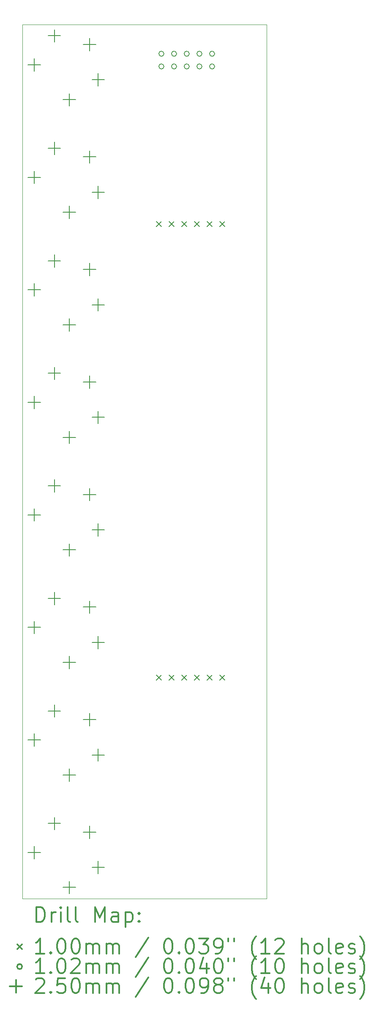
<source format=gbr>
%FSLAX45Y45*%
G04 Gerber Fmt 4.5, Leading zero omitted, Abs format (unit mm)*
G04 Created by KiCad (PCBNEW (5.1.5)-3) date 2020-05-19 17:07:37*
%MOMM*%
%LPD*%
G04 APERTURE LIST*
%TA.AperFunction,Profile*%
%ADD10C,0.050000*%
%TD*%
%ADD11C,0.200000*%
%ADD12C,0.300000*%
G04 APERTURE END LIST*
D10*
X7500000Y-19177000D02*
X7500000Y-1701800D01*
X12400000Y-19177000D02*
X7500000Y-19177000D01*
X12400000Y-1701800D02*
X12400000Y-19177000D01*
X7500000Y-1701800D02*
X12400000Y-1701800D01*
D11*
X10186200Y-5639600D02*
X10286200Y-5739600D01*
X10286200Y-5639600D02*
X10186200Y-5739600D01*
X10440200Y-5639600D02*
X10540200Y-5739600D01*
X10540200Y-5639600D02*
X10440200Y-5739600D01*
X10694200Y-5639600D02*
X10794200Y-5739600D01*
X10794200Y-5639600D02*
X10694200Y-5739600D01*
X10948200Y-5639600D02*
X11048200Y-5739600D01*
X11048200Y-5639600D02*
X10948200Y-5739600D01*
X11202200Y-5639600D02*
X11302200Y-5739600D01*
X11302200Y-5639600D02*
X11202200Y-5739600D01*
X11456200Y-5639600D02*
X11556200Y-5739600D01*
X11556200Y-5639600D02*
X11456200Y-5739600D01*
X10186200Y-14707400D02*
X10286200Y-14807400D01*
X10286200Y-14707400D02*
X10186200Y-14807400D01*
X10440200Y-14707400D02*
X10540200Y-14807400D01*
X10540200Y-14707400D02*
X10440200Y-14807400D01*
X10694200Y-14707400D02*
X10794200Y-14807400D01*
X10794200Y-14707400D02*
X10694200Y-14807400D01*
X10948200Y-14707400D02*
X11048200Y-14807400D01*
X11048200Y-14707400D02*
X10948200Y-14807400D01*
X11202200Y-14707400D02*
X11302200Y-14807400D01*
X11302200Y-14707400D02*
X11202200Y-14807400D01*
X11456200Y-14707400D02*
X11556200Y-14807400D01*
X11556200Y-14707400D02*
X11456200Y-14807400D01*
X10337800Y-2286000D02*
G75*
G03X10337800Y-2286000I-50800J0D01*
G01*
X10337800Y-2540000D02*
G75*
G03X10337800Y-2540000I-50800J0D01*
G01*
X10591800Y-2286000D02*
G75*
G03X10591800Y-2286000I-50800J0D01*
G01*
X10591800Y-2540000D02*
G75*
G03X10591800Y-2540000I-50800J0D01*
G01*
X10845800Y-2286000D02*
G75*
G03X10845800Y-2286000I-50800J0D01*
G01*
X10845800Y-2540000D02*
G75*
G03X10845800Y-2540000I-50800J0D01*
G01*
X11099800Y-2286000D02*
G75*
G03X11099800Y-2286000I-50800J0D01*
G01*
X11099800Y-2540000D02*
G75*
G03X11099800Y-2540000I-50800J0D01*
G01*
X11353800Y-2286000D02*
G75*
G03X11353800Y-2286000I-50800J0D01*
G01*
X11353800Y-2540000D02*
G75*
G03X11353800Y-2540000I-50800J0D01*
G01*
X7742000Y-4630114D02*
X7742000Y-4880114D01*
X7617000Y-4755114D02*
X7867000Y-4755114D01*
X8142000Y-4050114D02*
X8142000Y-4300114D01*
X8017000Y-4175114D02*
X8267000Y-4175114D01*
X8442000Y-5330114D02*
X8442000Y-5580114D01*
X8317000Y-5455114D02*
X8567000Y-5455114D01*
X8848700Y-4223414D02*
X8848700Y-4473414D01*
X8723700Y-4348414D02*
X8973700Y-4348414D01*
X9022000Y-4930114D02*
X9022000Y-5180114D01*
X8897000Y-5055114D02*
X9147000Y-5055114D01*
X7742000Y-6879828D02*
X7742000Y-7129828D01*
X7617000Y-7004828D02*
X7867000Y-7004828D01*
X8142000Y-6299828D02*
X8142000Y-6549828D01*
X8017000Y-6424828D02*
X8267000Y-6424828D01*
X8442000Y-7579828D02*
X8442000Y-7829828D01*
X8317000Y-7704828D02*
X8567000Y-7704828D01*
X8848700Y-6473128D02*
X8848700Y-6723128D01*
X8723700Y-6598128D02*
X8973700Y-6598128D01*
X9022000Y-7179828D02*
X9022000Y-7429828D01*
X8897000Y-7304828D02*
X9147000Y-7304828D01*
X7742000Y-9129543D02*
X7742000Y-9379543D01*
X7617000Y-9254543D02*
X7867000Y-9254543D01*
X8142000Y-8549543D02*
X8142000Y-8799543D01*
X8017000Y-8674543D02*
X8267000Y-8674543D01*
X8442000Y-9829543D02*
X8442000Y-10079543D01*
X8317000Y-9954543D02*
X8567000Y-9954543D01*
X8848700Y-8722843D02*
X8848700Y-8972843D01*
X8723700Y-8847843D02*
X8973700Y-8847843D01*
X9022000Y-9429543D02*
X9022000Y-9679543D01*
X8897000Y-9554543D02*
X9147000Y-9554543D01*
X7742000Y-18128400D02*
X7742000Y-18378400D01*
X7617000Y-18253400D02*
X7867000Y-18253400D01*
X8142000Y-17548400D02*
X8142000Y-17798400D01*
X8017000Y-17673400D02*
X8267000Y-17673400D01*
X8442000Y-18828400D02*
X8442000Y-19078400D01*
X8317000Y-18953400D02*
X8567000Y-18953400D01*
X8848700Y-17721700D02*
X8848700Y-17971700D01*
X8723700Y-17846700D02*
X8973700Y-17846700D01*
X9022000Y-18428400D02*
X9022000Y-18678400D01*
X8897000Y-18553400D02*
X9147000Y-18553400D01*
X7742000Y-13628971D02*
X7742000Y-13878971D01*
X7617000Y-13753971D02*
X7867000Y-13753971D01*
X8142000Y-13048971D02*
X8142000Y-13298971D01*
X8017000Y-13173971D02*
X8267000Y-13173971D01*
X8442000Y-14328971D02*
X8442000Y-14578971D01*
X8317000Y-14453971D02*
X8567000Y-14453971D01*
X8848700Y-13222271D02*
X8848700Y-13472271D01*
X8723700Y-13347271D02*
X8973700Y-13347271D01*
X9022000Y-13928971D02*
X9022000Y-14178971D01*
X8897000Y-14053971D02*
X9147000Y-14053971D01*
X7742000Y-2380400D02*
X7742000Y-2630400D01*
X7617000Y-2505400D02*
X7867000Y-2505400D01*
X8142000Y-1800400D02*
X8142000Y-2050400D01*
X8017000Y-1925400D02*
X8267000Y-1925400D01*
X8442000Y-3080400D02*
X8442000Y-3330400D01*
X8317000Y-3205400D02*
X8567000Y-3205400D01*
X8848700Y-1973700D02*
X8848700Y-2223700D01*
X8723700Y-2098700D02*
X8973700Y-2098700D01*
X9022000Y-2680400D02*
X9022000Y-2930400D01*
X8897000Y-2805400D02*
X9147000Y-2805400D01*
X7742000Y-15878685D02*
X7742000Y-16128685D01*
X7617000Y-16003685D02*
X7867000Y-16003685D01*
X8142000Y-15298685D02*
X8142000Y-15548685D01*
X8017000Y-15423685D02*
X8267000Y-15423685D01*
X8442000Y-16578685D02*
X8442000Y-16828685D01*
X8317000Y-16703685D02*
X8567000Y-16703685D01*
X8848700Y-15471985D02*
X8848700Y-15721985D01*
X8723700Y-15596985D02*
X8973700Y-15596985D01*
X9022000Y-16178685D02*
X9022000Y-16428685D01*
X8897000Y-16303685D02*
X9147000Y-16303685D01*
X7742000Y-11379257D02*
X7742000Y-11629257D01*
X7617000Y-11504257D02*
X7867000Y-11504257D01*
X8142000Y-10799257D02*
X8142000Y-11049257D01*
X8017000Y-10924257D02*
X8267000Y-10924257D01*
X8442000Y-12079257D02*
X8442000Y-12329257D01*
X8317000Y-12204257D02*
X8567000Y-12204257D01*
X8848700Y-10972557D02*
X8848700Y-11222557D01*
X8723700Y-11097557D02*
X8973700Y-11097557D01*
X9022000Y-11679257D02*
X9022000Y-11929257D01*
X8897000Y-11804257D02*
X9147000Y-11804257D01*
D12*
X7783928Y-19645214D02*
X7783928Y-19345214D01*
X7855357Y-19345214D01*
X7898214Y-19359500D01*
X7926786Y-19388072D01*
X7941071Y-19416643D01*
X7955357Y-19473786D01*
X7955357Y-19516643D01*
X7941071Y-19573786D01*
X7926786Y-19602357D01*
X7898214Y-19630929D01*
X7855357Y-19645214D01*
X7783928Y-19645214D01*
X8083928Y-19645214D02*
X8083928Y-19445214D01*
X8083928Y-19502357D02*
X8098214Y-19473786D01*
X8112500Y-19459500D01*
X8141071Y-19445214D01*
X8169643Y-19445214D01*
X8269643Y-19645214D02*
X8269643Y-19445214D01*
X8269643Y-19345214D02*
X8255357Y-19359500D01*
X8269643Y-19373786D01*
X8283928Y-19359500D01*
X8269643Y-19345214D01*
X8269643Y-19373786D01*
X8455357Y-19645214D02*
X8426786Y-19630929D01*
X8412500Y-19602357D01*
X8412500Y-19345214D01*
X8612500Y-19645214D02*
X8583928Y-19630929D01*
X8569643Y-19602357D01*
X8569643Y-19345214D01*
X8955357Y-19645214D02*
X8955357Y-19345214D01*
X9055357Y-19559500D01*
X9155357Y-19345214D01*
X9155357Y-19645214D01*
X9426786Y-19645214D02*
X9426786Y-19488072D01*
X9412500Y-19459500D01*
X9383928Y-19445214D01*
X9326786Y-19445214D01*
X9298214Y-19459500D01*
X9426786Y-19630929D02*
X9398214Y-19645214D01*
X9326786Y-19645214D01*
X9298214Y-19630929D01*
X9283928Y-19602357D01*
X9283928Y-19573786D01*
X9298214Y-19545214D01*
X9326786Y-19530929D01*
X9398214Y-19530929D01*
X9426786Y-19516643D01*
X9569643Y-19445214D02*
X9569643Y-19745214D01*
X9569643Y-19459500D02*
X9598214Y-19445214D01*
X9655357Y-19445214D01*
X9683928Y-19459500D01*
X9698214Y-19473786D01*
X9712500Y-19502357D01*
X9712500Y-19588072D01*
X9698214Y-19616643D01*
X9683928Y-19630929D01*
X9655357Y-19645214D01*
X9598214Y-19645214D01*
X9569643Y-19630929D01*
X9841071Y-19616643D02*
X9855357Y-19630929D01*
X9841071Y-19645214D01*
X9826786Y-19630929D01*
X9841071Y-19616643D01*
X9841071Y-19645214D01*
X9841071Y-19459500D02*
X9855357Y-19473786D01*
X9841071Y-19488072D01*
X9826786Y-19473786D01*
X9841071Y-19459500D01*
X9841071Y-19488072D01*
X7397500Y-20089500D02*
X7497500Y-20189500D01*
X7497500Y-20089500D02*
X7397500Y-20189500D01*
X7941071Y-20275214D02*
X7769643Y-20275214D01*
X7855357Y-20275214D02*
X7855357Y-19975214D01*
X7826786Y-20018072D01*
X7798214Y-20046643D01*
X7769643Y-20060929D01*
X8069643Y-20246643D02*
X8083928Y-20260929D01*
X8069643Y-20275214D01*
X8055357Y-20260929D01*
X8069643Y-20246643D01*
X8069643Y-20275214D01*
X8269643Y-19975214D02*
X8298214Y-19975214D01*
X8326786Y-19989500D01*
X8341071Y-20003786D01*
X8355357Y-20032357D01*
X8369643Y-20089500D01*
X8369643Y-20160929D01*
X8355357Y-20218072D01*
X8341071Y-20246643D01*
X8326786Y-20260929D01*
X8298214Y-20275214D01*
X8269643Y-20275214D01*
X8241071Y-20260929D01*
X8226786Y-20246643D01*
X8212500Y-20218072D01*
X8198214Y-20160929D01*
X8198214Y-20089500D01*
X8212500Y-20032357D01*
X8226786Y-20003786D01*
X8241071Y-19989500D01*
X8269643Y-19975214D01*
X8555357Y-19975214D02*
X8583928Y-19975214D01*
X8612500Y-19989500D01*
X8626786Y-20003786D01*
X8641071Y-20032357D01*
X8655357Y-20089500D01*
X8655357Y-20160929D01*
X8641071Y-20218072D01*
X8626786Y-20246643D01*
X8612500Y-20260929D01*
X8583928Y-20275214D01*
X8555357Y-20275214D01*
X8526786Y-20260929D01*
X8512500Y-20246643D01*
X8498214Y-20218072D01*
X8483928Y-20160929D01*
X8483928Y-20089500D01*
X8498214Y-20032357D01*
X8512500Y-20003786D01*
X8526786Y-19989500D01*
X8555357Y-19975214D01*
X8783928Y-20275214D02*
X8783928Y-20075214D01*
X8783928Y-20103786D02*
X8798214Y-20089500D01*
X8826786Y-20075214D01*
X8869643Y-20075214D01*
X8898214Y-20089500D01*
X8912500Y-20118072D01*
X8912500Y-20275214D01*
X8912500Y-20118072D02*
X8926786Y-20089500D01*
X8955357Y-20075214D01*
X8998214Y-20075214D01*
X9026786Y-20089500D01*
X9041071Y-20118072D01*
X9041071Y-20275214D01*
X9183928Y-20275214D02*
X9183928Y-20075214D01*
X9183928Y-20103786D02*
X9198214Y-20089500D01*
X9226786Y-20075214D01*
X9269643Y-20075214D01*
X9298214Y-20089500D01*
X9312500Y-20118072D01*
X9312500Y-20275214D01*
X9312500Y-20118072D02*
X9326786Y-20089500D01*
X9355357Y-20075214D01*
X9398214Y-20075214D01*
X9426786Y-20089500D01*
X9441071Y-20118072D01*
X9441071Y-20275214D01*
X10026786Y-19960929D02*
X9769643Y-20346643D01*
X10412500Y-19975214D02*
X10441071Y-19975214D01*
X10469643Y-19989500D01*
X10483928Y-20003786D01*
X10498214Y-20032357D01*
X10512500Y-20089500D01*
X10512500Y-20160929D01*
X10498214Y-20218072D01*
X10483928Y-20246643D01*
X10469643Y-20260929D01*
X10441071Y-20275214D01*
X10412500Y-20275214D01*
X10383928Y-20260929D01*
X10369643Y-20246643D01*
X10355357Y-20218072D01*
X10341071Y-20160929D01*
X10341071Y-20089500D01*
X10355357Y-20032357D01*
X10369643Y-20003786D01*
X10383928Y-19989500D01*
X10412500Y-19975214D01*
X10641071Y-20246643D02*
X10655357Y-20260929D01*
X10641071Y-20275214D01*
X10626786Y-20260929D01*
X10641071Y-20246643D01*
X10641071Y-20275214D01*
X10841071Y-19975214D02*
X10869643Y-19975214D01*
X10898214Y-19989500D01*
X10912500Y-20003786D01*
X10926786Y-20032357D01*
X10941071Y-20089500D01*
X10941071Y-20160929D01*
X10926786Y-20218072D01*
X10912500Y-20246643D01*
X10898214Y-20260929D01*
X10869643Y-20275214D01*
X10841071Y-20275214D01*
X10812500Y-20260929D01*
X10798214Y-20246643D01*
X10783928Y-20218072D01*
X10769643Y-20160929D01*
X10769643Y-20089500D01*
X10783928Y-20032357D01*
X10798214Y-20003786D01*
X10812500Y-19989500D01*
X10841071Y-19975214D01*
X11041071Y-19975214D02*
X11226786Y-19975214D01*
X11126786Y-20089500D01*
X11169643Y-20089500D01*
X11198214Y-20103786D01*
X11212500Y-20118072D01*
X11226786Y-20146643D01*
X11226786Y-20218072D01*
X11212500Y-20246643D01*
X11198214Y-20260929D01*
X11169643Y-20275214D01*
X11083928Y-20275214D01*
X11055357Y-20260929D01*
X11041071Y-20246643D01*
X11369643Y-20275214D02*
X11426786Y-20275214D01*
X11455357Y-20260929D01*
X11469643Y-20246643D01*
X11498214Y-20203786D01*
X11512500Y-20146643D01*
X11512500Y-20032357D01*
X11498214Y-20003786D01*
X11483928Y-19989500D01*
X11455357Y-19975214D01*
X11398214Y-19975214D01*
X11369643Y-19989500D01*
X11355357Y-20003786D01*
X11341071Y-20032357D01*
X11341071Y-20103786D01*
X11355357Y-20132357D01*
X11369643Y-20146643D01*
X11398214Y-20160929D01*
X11455357Y-20160929D01*
X11483928Y-20146643D01*
X11498214Y-20132357D01*
X11512500Y-20103786D01*
X11626786Y-19975214D02*
X11626786Y-20032357D01*
X11741071Y-19975214D02*
X11741071Y-20032357D01*
X12183928Y-20389500D02*
X12169643Y-20375214D01*
X12141071Y-20332357D01*
X12126786Y-20303786D01*
X12112500Y-20260929D01*
X12098214Y-20189500D01*
X12098214Y-20132357D01*
X12112500Y-20060929D01*
X12126786Y-20018072D01*
X12141071Y-19989500D01*
X12169643Y-19946643D01*
X12183928Y-19932357D01*
X12455357Y-20275214D02*
X12283928Y-20275214D01*
X12369643Y-20275214D02*
X12369643Y-19975214D01*
X12341071Y-20018072D01*
X12312500Y-20046643D01*
X12283928Y-20060929D01*
X12569643Y-20003786D02*
X12583928Y-19989500D01*
X12612500Y-19975214D01*
X12683928Y-19975214D01*
X12712500Y-19989500D01*
X12726786Y-20003786D01*
X12741071Y-20032357D01*
X12741071Y-20060929D01*
X12726786Y-20103786D01*
X12555357Y-20275214D01*
X12741071Y-20275214D01*
X13098214Y-20275214D02*
X13098214Y-19975214D01*
X13226786Y-20275214D02*
X13226786Y-20118072D01*
X13212500Y-20089500D01*
X13183928Y-20075214D01*
X13141071Y-20075214D01*
X13112500Y-20089500D01*
X13098214Y-20103786D01*
X13412500Y-20275214D02*
X13383928Y-20260929D01*
X13369643Y-20246643D01*
X13355357Y-20218072D01*
X13355357Y-20132357D01*
X13369643Y-20103786D01*
X13383928Y-20089500D01*
X13412500Y-20075214D01*
X13455357Y-20075214D01*
X13483928Y-20089500D01*
X13498214Y-20103786D01*
X13512500Y-20132357D01*
X13512500Y-20218072D01*
X13498214Y-20246643D01*
X13483928Y-20260929D01*
X13455357Y-20275214D01*
X13412500Y-20275214D01*
X13683928Y-20275214D02*
X13655357Y-20260929D01*
X13641071Y-20232357D01*
X13641071Y-19975214D01*
X13912500Y-20260929D02*
X13883928Y-20275214D01*
X13826786Y-20275214D01*
X13798214Y-20260929D01*
X13783928Y-20232357D01*
X13783928Y-20118072D01*
X13798214Y-20089500D01*
X13826786Y-20075214D01*
X13883928Y-20075214D01*
X13912500Y-20089500D01*
X13926786Y-20118072D01*
X13926786Y-20146643D01*
X13783928Y-20175214D01*
X14041071Y-20260929D02*
X14069643Y-20275214D01*
X14126786Y-20275214D01*
X14155357Y-20260929D01*
X14169643Y-20232357D01*
X14169643Y-20218072D01*
X14155357Y-20189500D01*
X14126786Y-20175214D01*
X14083928Y-20175214D01*
X14055357Y-20160929D01*
X14041071Y-20132357D01*
X14041071Y-20118072D01*
X14055357Y-20089500D01*
X14083928Y-20075214D01*
X14126786Y-20075214D01*
X14155357Y-20089500D01*
X14269643Y-20389500D02*
X14283928Y-20375214D01*
X14312500Y-20332357D01*
X14326786Y-20303786D01*
X14341071Y-20260929D01*
X14355357Y-20189500D01*
X14355357Y-20132357D01*
X14341071Y-20060929D01*
X14326786Y-20018072D01*
X14312500Y-19989500D01*
X14283928Y-19946643D01*
X14269643Y-19932357D01*
X7497500Y-20535500D02*
G75*
G03X7497500Y-20535500I-50800J0D01*
G01*
X7941071Y-20671214D02*
X7769643Y-20671214D01*
X7855357Y-20671214D02*
X7855357Y-20371214D01*
X7826786Y-20414072D01*
X7798214Y-20442643D01*
X7769643Y-20456929D01*
X8069643Y-20642643D02*
X8083928Y-20656929D01*
X8069643Y-20671214D01*
X8055357Y-20656929D01*
X8069643Y-20642643D01*
X8069643Y-20671214D01*
X8269643Y-20371214D02*
X8298214Y-20371214D01*
X8326786Y-20385500D01*
X8341071Y-20399786D01*
X8355357Y-20428357D01*
X8369643Y-20485500D01*
X8369643Y-20556929D01*
X8355357Y-20614072D01*
X8341071Y-20642643D01*
X8326786Y-20656929D01*
X8298214Y-20671214D01*
X8269643Y-20671214D01*
X8241071Y-20656929D01*
X8226786Y-20642643D01*
X8212500Y-20614072D01*
X8198214Y-20556929D01*
X8198214Y-20485500D01*
X8212500Y-20428357D01*
X8226786Y-20399786D01*
X8241071Y-20385500D01*
X8269643Y-20371214D01*
X8483928Y-20399786D02*
X8498214Y-20385500D01*
X8526786Y-20371214D01*
X8598214Y-20371214D01*
X8626786Y-20385500D01*
X8641071Y-20399786D01*
X8655357Y-20428357D01*
X8655357Y-20456929D01*
X8641071Y-20499786D01*
X8469643Y-20671214D01*
X8655357Y-20671214D01*
X8783928Y-20671214D02*
X8783928Y-20471214D01*
X8783928Y-20499786D02*
X8798214Y-20485500D01*
X8826786Y-20471214D01*
X8869643Y-20471214D01*
X8898214Y-20485500D01*
X8912500Y-20514072D01*
X8912500Y-20671214D01*
X8912500Y-20514072D02*
X8926786Y-20485500D01*
X8955357Y-20471214D01*
X8998214Y-20471214D01*
X9026786Y-20485500D01*
X9041071Y-20514072D01*
X9041071Y-20671214D01*
X9183928Y-20671214D02*
X9183928Y-20471214D01*
X9183928Y-20499786D02*
X9198214Y-20485500D01*
X9226786Y-20471214D01*
X9269643Y-20471214D01*
X9298214Y-20485500D01*
X9312500Y-20514072D01*
X9312500Y-20671214D01*
X9312500Y-20514072D02*
X9326786Y-20485500D01*
X9355357Y-20471214D01*
X9398214Y-20471214D01*
X9426786Y-20485500D01*
X9441071Y-20514072D01*
X9441071Y-20671214D01*
X10026786Y-20356929D02*
X9769643Y-20742643D01*
X10412500Y-20371214D02*
X10441071Y-20371214D01*
X10469643Y-20385500D01*
X10483928Y-20399786D01*
X10498214Y-20428357D01*
X10512500Y-20485500D01*
X10512500Y-20556929D01*
X10498214Y-20614072D01*
X10483928Y-20642643D01*
X10469643Y-20656929D01*
X10441071Y-20671214D01*
X10412500Y-20671214D01*
X10383928Y-20656929D01*
X10369643Y-20642643D01*
X10355357Y-20614072D01*
X10341071Y-20556929D01*
X10341071Y-20485500D01*
X10355357Y-20428357D01*
X10369643Y-20399786D01*
X10383928Y-20385500D01*
X10412500Y-20371214D01*
X10641071Y-20642643D02*
X10655357Y-20656929D01*
X10641071Y-20671214D01*
X10626786Y-20656929D01*
X10641071Y-20642643D01*
X10641071Y-20671214D01*
X10841071Y-20371214D02*
X10869643Y-20371214D01*
X10898214Y-20385500D01*
X10912500Y-20399786D01*
X10926786Y-20428357D01*
X10941071Y-20485500D01*
X10941071Y-20556929D01*
X10926786Y-20614072D01*
X10912500Y-20642643D01*
X10898214Y-20656929D01*
X10869643Y-20671214D01*
X10841071Y-20671214D01*
X10812500Y-20656929D01*
X10798214Y-20642643D01*
X10783928Y-20614072D01*
X10769643Y-20556929D01*
X10769643Y-20485500D01*
X10783928Y-20428357D01*
X10798214Y-20399786D01*
X10812500Y-20385500D01*
X10841071Y-20371214D01*
X11198214Y-20471214D02*
X11198214Y-20671214D01*
X11126786Y-20356929D02*
X11055357Y-20571214D01*
X11241071Y-20571214D01*
X11412500Y-20371214D02*
X11441071Y-20371214D01*
X11469643Y-20385500D01*
X11483928Y-20399786D01*
X11498214Y-20428357D01*
X11512500Y-20485500D01*
X11512500Y-20556929D01*
X11498214Y-20614072D01*
X11483928Y-20642643D01*
X11469643Y-20656929D01*
X11441071Y-20671214D01*
X11412500Y-20671214D01*
X11383928Y-20656929D01*
X11369643Y-20642643D01*
X11355357Y-20614072D01*
X11341071Y-20556929D01*
X11341071Y-20485500D01*
X11355357Y-20428357D01*
X11369643Y-20399786D01*
X11383928Y-20385500D01*
X11412500Y-20371214D01*
X11626786Y-20371214D02*
X11626786Y-20428357D01*
X11741071Y-20371214D02*
X11741071Y-20428357D01*
X12183928Y-20785500D02*
X12169643Y-20771214D01*
X12141071Y-20728357D01*
X12126786Y-20699786D01*
X12112500Y-20656929D01*
X12098214Y-20585500D01*
X12098214Y-20528357D01*
X12112500Y-20456929D01*
X12126786Y-20414072D01*
X12141071Y-20385500D01*
X12169643Y-20342643D01*
X12183928Y-20328357D01*
X12455357Y-20671214D02*
X12283928Y-20671214D01*
X12369643Y-20671214D02*
X12369643Y-20371214D01*
X12341071Y-20414072D01*
X12312500Y-20442643D01*
X12283928Y-20456929D01*
X12641071Y-20371214D02*
X12669643Y-20371214D01*
X12698214Y-20385500D01*
X12712500Y-20399786D01*
X12726786Y-20428357D01*
X12741071Y-20485500D01*
X12741071Y-20556929D01*
X12726786Y-20614072D01*
X12712500Y-20642643D01*
X12698214Y-20656929D01*
X12669643Y-20671214D01*
X12641071Y-20671214D01*
X12612500Y-20656929D01*
X12598214Y-20642643D01*
X12583928Y-20614072D01*
X12569643Y-20556929D01*
X12569643Y-20485500D01*
X12583928Y-20428357D01*
X12598214Y-20399786D01*
X12612500Y-20385500D01*
X12641071Y-20371214D01*
X13098214Y-20671214D02*
X13098214Y-20371214D01*
X13226786Y-20671214D02*
X13226786Y-20514072D01*
X13212500Y-20485500D01*
X13183928Y-20471214D01*
X13141071Y-20471214D01*
X13112500Y-20485500D01*
X13098214Y-20499786D01*
X13412500Y-20671214D02*
X13383928Y-20656929D01*
X13369643Y-20642643D01*
X13355357Y-20614072D01*
X13355357Y-20528357D01*
X13369643Y-20499786D01*
X13383928Y-20485500D01*
X13412500Y-20471214D01*
X13455357Y-20471214D01*
X13483928Y-20485500D01*
X13498214Y-20499786D01*
X13512500Y-20528357D01*
X13512500Y-20614072D01*
X13498214Y-20642643D01*
X13483928Y-20656929D01*
X13455357Y-20671214D01*
X13412500Y-20671214D01*
X13683928Y-20671214D02*
X13655357Y-20656929D01*
X13641071Y-20628357D01*
X13641071Y-20371214D01*
X13912500Y-20656929D02*
X13883928Y-20671214D01*
X13826786Y-20671214D01*
X13798214Y-20656929D01*
X13783928Y-20628357D01*
X13783928Y-20514072D01*
X13798214Y-20485500D01*
X13826786Y-20471214D01*
X13883928Y-20471214D01*
X13912500Y-20485500D01*
X13926786Y-20514072D01*
X13926786Y-20542643D01*
X13783928Y-20571214D01*
X14041071Y-20656929D02*
X14069643Y-20671214D01*
X14126786Y-20671214D01*
X14155357Y-20656929D01*
X14169643Y-20628357D01*
X14169643Y-20614072D01*
X14155357Y-20585500D01*
X14126786Y-20571214D01*
X14083928Y-20571214D01*
X14055357Y-20556929D01*
X14041071Y-20528357D01*
X14041071Y-20514072D01*
X14055357Y-20485500D01*
X14083928Y-20471214D01*
X14126786Y-20471214D01*
X14155357Y-20485500D01*
X14269643Y-20785500D02*
X14283928Y-20771214D01*
X14312500Y-20728357D01*
X14326786Y-20699786D01*
X14341071Y-20656929D01*
X14355357Y-20585500D01*
X14355357Y-20528357D01*
X14341071Y-20456929D01*
X14326786Y-20414072D01*
X14312500Y-20385500D01*
X14283928Y-20342643D01*
X14269643Y-20328357D01*
X7372500Y-20806500D02*
X7372500Y-21056500D01*
X7247500Y-20931500D02*
X7497500Y-20931500D01*
X7769643Y-20795786D02*
X7783928Y-20781500D01*
X7812500Y-20767214D01*
X7883928Y-20767214D01*
X7912500Y-20781500D01*
X7926786Y-20795786D01*
X7941071Y-20824357D01*
X7941071Y-20852929D01*
X7926786Y-20895786D01*
X7755357Y-21067214D01*
X7941071Y-21067214D01*
X8069643Y-21038643D02*
X8083928Y-21052929D01*
X8069643Y-21067214D01*
X8055357Y-21052929D01*
X8069643Y-21038643D01*
X8069643Y-21067214D01*
X8355357Y-20767214D02*
X8212500Y-20767214D01*
X8198214Y-20910072D01*
X8212500Y-20895786D01*
X8241071Y-20881500D01*
X8312500Y-20881500D01*
X8341071Y-20895786D01*
X8355357Y-20910072D01*
X8369643Y-20938643D01*
X8369643Y-21010072D01*
X8355357Y-21038643D01*
X8341071Y-21052929D01*
X8312500Y-21067214D01*
X8241071Y-21067214D01*
X8212500Y-21052929D01*
X8198214Y-21038643D01*
X8555357Y-20767214D02*
X8583928Y-20767214D01*
X8612500Y-20781500D01*
X8626786Y-20795786D01*
X8641071Y-20824357D01*
X8655357Y-20881500D01*
X8655357Y-20952929D01*
X8641071Y-21010072D01*
X8626786Y-21038643D01*
X8612500Y-21052929D01*
X8583928Y-21067214D01*
X8555357Y-21067214D01*
X8526786Y-21052929D01*
X8512500Y-21038643D01*
X8498214Y-21010072D01*
X8483928Y-20952929D01*
X8483928Y-20881500D01*
X8498214Y-20824357D01*
X8512500Y-20795786D01*
X8526786Y-20781500D01*
X8555357Y-20767214D01*
X8783928Y-21067214D02*
X8783928Y-20867214D01*
X8783928Y-20895786D02*
X8798214Y-20881500D01*
X8826786Y-20867214D01*
X8869643Y-20867214D01*
X8898214Y-20881500D01*
X8912500Y-20910072D01*
X8912500Y-21067214D01*
X8912500Y-20910072D02*
X8926786Y-20881500D01*
X8955357Y-20867214D01*
X8998214Y-20867214D01*
X9026786Y-20881500D01*
X9041071Y-20910072D01*
X9041071Y-21067214D01*
X9183928Y-21067214D02*
X9183928Y-20867214D01*
X9183928Y-20895786D02*
X9198214Y-20881500D01*
X9226786Y-20867214D01*
X9269643Y-20867214D01*
X9298214Y-20881500D01*
X9312500Y-20910072D01*
X9312500Y-21067214D01*
X9312500Y-20910072D02*
X9326786Y-20881500D01*
X9355357Y-20867214D01*
X9398214Y-20867214D01*
X9426786Y-20881500D01*
X9441071Y-20910072D01*
X9441071Y-21067214D01*
X10026786Y-20752929D02*
X9769643Y-21138643D01*
X10412500Y-20767214D02*
X10441071Y-20767214D01*
X10469643Y-20781500D01*
X10483928Y-20795786D01*
X10498214Y-20824357D01*
X10512500Y-20881500D01*
X10512500Y-20952929D01*
X10498214Y-21010072D01*
X10483928Y-21038643D01*
X10469643Y-21052929D01*
X10441071Y-21067214D01*
X10412500Y-21067214D01*
X10383928Y-21052929D01*
X10369643Y-21038643D01*
X10355357Y-21010072D01*
X10341071Y-20952929D01*
X10341071Y-20881500D01*
X10355357Y-20824357D01*
X10369643Y-20795786D01*
X10383928Y-20781500D01*
X10412500Y-20767214D01*
X10641071Y-21038643D02*
X10655357Y-21052929D01*
X10641071Y-21067214D01*
X10626786Y-21052929D01*
X10641071Y-21038643D01*
X10641071Y-21067214D01*
X10841071Y-20767214D02*
X10869643Y-20767214D01*
X10898214Y-20781500D01*
X10912500Y-20795786D01*
X10926786Y-20824357D01*
X10941071Y-20881500D01*
X10941071Y-20952929D01*
X10926786Y-21010072D01*
X10912500Y-21038643D01*
X10898214Y-21052929D01*
X10869643Y-21067214D01*
X10841071Y-21067214D01*
X10812500Y-21052929D01*
X10798214Y-21038643D01*
X10783928Y-21010072D01*
X10769643Y-20952929D01*
X10769643Y-20881500D01*
X10783928Y-20824357D01*
X10798214Y-20795786D01*
X10812500Y-20781500D01*
X10841071Y-20767214D01*
X11083928Y-21067214D02*
X11141071Y-21067214D01*
X11169643Y-21052929D01*
X11183928Y-21038643D01*
X11212500Y-20995786D01*
X11226786Y-20938643D01*
X11226786Y-20824357D01*
X11212500Y-20795786D01*
X11198214Y-20781500D01*
X11169643Y-20767214D01*
X11112500Y-20767214D01*
X11083928Y-20781500D01*
X11069643Y-20795786D01*
X11055357Y-20824357D01*
X11055357Y-20895786D01*
X11069643Y-20924357D01*
X11083928Y-20938643D01*
X11112500Y-20952929D01*
X11169643Y-20952929D01*
X11198214Y-20938643D01*
X11212500Y-20924357D01*
X11226786Y-20895786D01*
X11398214Y-20895786D02*
X11369643Y-20881500D01*
X11355357Y-20867214D01*
X11341071Y-20838643D01*
X11341071Y-20824357D01*
X11355357Y-20795786D01*
X11369643Y-20781500D01*
X11398214Y-20767214D01*
X11455357Y-20767214D01*
X11483928Y-20781500D01*
X11498214Y-20795786D01*
X11512500Y-20824357D01*
X11512500Y-20838643D01*
X11498214Y-20867214D01*
X11483928Y-20881500D01*
X11455357Y-20895786D01*
X11398214Y-20895786D01*
X11369643Y-20910072D01*
X11355357Y-20924357D01*
X11341071Y-20952929D01*
X11341071Y-21010072D01*
X11355357Y-21038643D01*
X11369643Y-21052929D01*
X11398214Y-21067214D01*
X11455357Y-21067214D01*
X11483928Y-21052929D01*
X11498214Y-21038643D01*
X11512500Y-21010072D01*
X11512500Y-20952929D01*
X11498214Y-20924357D01*
X11483928Y-20910072D01*
X11455357Y-20895786D01*
X11626786Y-20767214D02*
X11626786Y-20824357D01*
X11741071Y-20767214D02*
X11741071Y-20824357D01*
X12183928Y-21181500D02*
X12169643Y-21167214D01*
X12141071Y-21124357D01*
X12126786Y-21095786D01*
X12112500Y-21052929D01*
X12098214Y-20981500D01*
X12098214Y-20924357D01*
X12112500Y-20852929D01*
X12126786Y-20810072D01*
X12141071Y-20781500D01*
X12169643Y-20738643D01*
X12183928Y-20724357D01*
X12426786Y-20867214D02*
X12426786Y-21067214D01*
X12355357Y-20752929D02*
X12283928Y-20967214D01*
X12469643Y-20967214D01*
X12641071Y-20767214D02*
X12669643Y-20767214D01*
X12698214Y-20781500D01*
X12712500Y-20795786D01*
X12726786Y-20824357D01*
X12741071Y-20881500D01*
X12741071Y-20952929D01*
X12726786Y-21010072D01*
X12712500Y-21038643D01*
X12698214Y-21052929D01*
X12669643Y-21067214D01*
X12641071Y-21067214D01*
X12612500Y-21052929D01*
X12598214Y-21038643D01*
X12583928Y-21010072D01*
X12569643Y-20952929D01*
X12569643Y-20881500D01*
X12583928Y-20824357D01*
X12598214Y-20795786D01*
X12612500Y-20781500D01*
X12641071Y-20767214D01*
X13098214Y-21067214D02*
X13098214Y-20767214D01*
X13226786Y-21067214D02*
X13226786Y-20910072D01*
X13212500Y-20881500D01*
X13183928Y-20867214D01*
X13141071Y-20867214D01*
X13112500Y-20881500D01*
X13098214Y-20895786D01*
X13412500Y-21067214D02*
X13383928Y-21052929D01*
X13369643Y-21038643D01*
X13355357Y-21010072D01*
X13355357Y-20924357D01*
X13369643Y-20895786D01*
X13383928Y-20881500D01*
X13412500Y-20867214D01*
X13455357Y-20867214D01*
X13483928Y-20881500D01*
X13498214Y-20895786D01*
X13512500Y-20924357D01*
X13512500Y-21010072D01*
X13498214Y-21038643D01*
X13483928Y-21052929D01*
X13455357Y-21067214D01*
X13412500Y-21067214D01*
X13683928Y-21067214D02*
X13655357Y-21052929D01*
X13641071Y-21024357D01*
X13641071Y-20767214D01*
X13912500Y-21052929D02*
X13883928Y-21067214D01*
X13826786Y-21067214D01*
X13798214Y-21052929D01*
X13783928Y-21024357D01*
X13783928Y-20910072D01*
X13798214Y-20881500D01*
X13826786Y-20867214D01*
X13883928Y-20867214D01*
X13912500Y-20881500D01*
X13926786Y-20910072D01*
X13926786Y-20938643D01*
X13783928Y-20967214D01*
X14041071Y-21052929D02*
X14069643Y-21067214D01*
X14126786Y-21067214D01*
X14155357Y-21052929D01*
X14169643Y-21024357D01*
X14169643Y-21010072D01*
X14155357Y-20981500D01*
X14126786Y-20967214D01*
X14083928Y-20967214D01*
X14055357Y-20952929D01*
X14041071Y-20924357D01*
X14041071Y-20910072D01*
X14055357Y-20881500D01*
X14083928Y-20867214D01*
X14126786Y-20867214D01*
X14155357Y-20881500D01*
X14269643Y-21181500D02*
X14283928Y-21167214D01*
X14312500Y-21124357D01*
X14326786Y-21095786D01*
X14341071Y-21052929D01*
X14355357Y-20981500D01*
X14355357Y-20924357D01*
X14341071Y-20852929D01*
X14326786Y-20810072D01*
X14312500Y-20781500D01*
X14283928Y-20738643D01*
X14269643Y-20724357D01*
M02*

</source>
